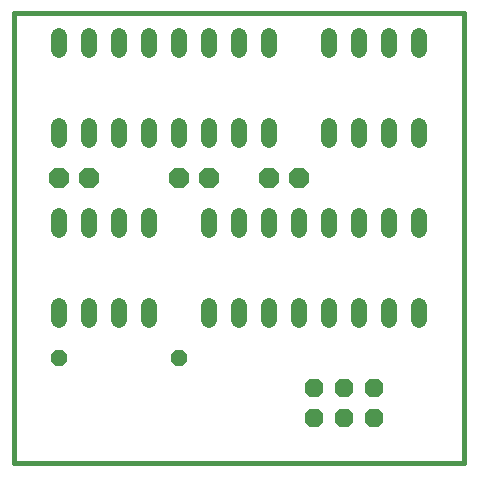
<source format=gts>
G75*
%MOIN*%
%OFA0B0*%
%FSLAX24Y24*%
%IPPOS*%
%LPD*%
%AMOC8*
5,1,8,0,0,1.08239X$1,22.5*
%
%ADD10C,0.0160*%
%ADD11C,0.0520*%
%ADD12OC8,0.0670*%
%ADD13OC8,0.0520*%
%ADD14OC8,0.0631*%
D10*
X002760Y000180D02*
X002760Y015180D01*
X017760Y015180D01*
X017760Y000180D01*
X002760Y000180D01*
D11*
X004260Y004940D02*
X004260Y005420D01*
X005260Y005420D02*
X005260Y004940D01*
X006260Y004940D02*
X006260Y005420D01*
X007260Y005420D02*
X007260Y004940D01*
X009260Y004940D02*
X009260Y005420D01*
X010260Y005420D02*
X010260Y004940D01*
X011260Y004940D02*
X011260Y005420D01*
X012260Y005420D02*
X012260Y004940D01*
X013260Y004940D02*
X013260Y005420D01*
X014260Y005420D02*
X014260Y004940D01*
X015260Y004940D02*
X015260Y005420D01*
X016260Y005420D02*
X016260Y004940D01*
X016260Y007940D02*
X016260Y008420D01*
X015260Y008420D02*
X015260Y007940D01*
X014260Y007940D02*
X014260Y008420D01*
X013260Y008420D02*
X013260Y007940D01*
X012260Y007940D02*
X012260Y008420D01*
X011260Y008420D02*
X011260Y007940D01*
X010260Y007940D02*
X010260Y008420D01*
X009260Y008420D02*
X009260Y007940D01*
X007260Y007940D02*
X007260Y008420D01*
X006260Y008420D02*
X006260Y007940D01*
X005260Y007940D02*
X005260Y008420D01*
X004260Y008420D02*
X004260Y007940D01*
X004260Y010940D02*
X004260Y011420D01*
X005260Y011420D02*
X005260Y010940D01*
X006260Y010940D02*
X006260Y011420D01*
X007260Y011420D02*
X007260Y010940D01*
X008260Y010940D02*
X008260Y011420D01*
X009260Y011420D02*
X009260Y010940D01*
X010260Y010940D02*
X010260Y011420D01*
X011260Y011420D02*
X011260Y010940D01*
X013260Y010940D02*
X013260Y011420D01*
X014260Y011420D02*
X014260Y010940D01*
X015260Y010940D02*
X015260Y011420D01*
X016260Y011420D02*
X016260Y010940D01*
X016260Y013940D02*
X016260Y014420D01*
X015260Y014420D02*
X015260Y013940D01*
X014260Y013940D02*
X014260Y014420D01*
X013260Y014420D02*
X013260Y013940D01*
X011260Y013940D02*
X011260Y014420D01*
X010260Y014420D02*
X010260Y013940D01*
X009260Y013940D02*
X009260Y014420D01*
X008260Y014420D02*
X008260Y013940D01*
X007260Y013940D02*
X007260Y014420D01*
X006260Y014420D02*
X006260Y013940D01*
X005260Y013940D02*
X005260Y014420D01*
X004260Y014420D02*
X004260Y013940D01*
D12*
X004260Y009680D03*
X005260Y009680D03*
X008260Y009680D03*
X009260Y009680D03*
X011260Y009680D03*
X012260Y009680D03*
D13*
X008260Y003680D03*
X004260Y003680D03*
D14*
X012760Y002680D03*
X013760Y002680D03*
X013760Y001680D03*
X012760Y001680D03*
X014760Y001680D03*
X014760Y002680D03*
M02*

</source>
